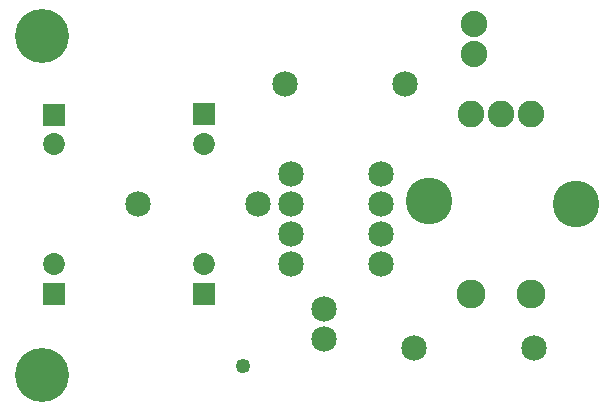
<source format=gbs>
G04 MADE WITH FRITZING*
G04 WWW.FRITZING.ORG*
G04 DOUBLE SIDED*
G04 HOLES PLATED*
G04 CONTOUR ON CENTER OF CONTOUR VECTOR*
%ASAXBY*%
%FSLAX23Y23*%
%MOIN*%
%OFA0B0*%
%SFA1.0B1.0*%
%ADD10C,0.085000*%
%ADD11C,0.155669*%
%ADD12C,0.049370*%
%ADD13C,0.072992*%
%ADD14C,0.180000*%
%ADD15C,0.088000*%
%ADD16C,0.088740*%
%ADD17C,0.096614*%
%ADD18R,0.072992X0.072992*%
%ADD19C,0.030000*%
%ADD20R,0.001000X0.001000*%
%LNMASK0*%
G90*
G70*
G54D10*
X919Y1157D03*
X1319Y1157D03*
X1750Y277D03*
X1350Y277D03*
X829Y757D03*
X429Y757D03*
G54D11*
X1399Y767D03*
X1889Y757D03*
G54D10*
X1050Y307D03*
X1050Y407D03*
G54D12*
X779Y217D03*
G54D13*
X650Y458D03*
X650Y557D03*
X650Y458D03*
X650Y557D03*
X150Y458D03*
X150Y557D03*
X150Y458D03*
X150Y557D03*
X651Y1056D03*
X651Y958D03*
X651Y1056D03*
X651Y958D03*
X150Y1055D03*
X150Y957D03*
X150Y1055D03*
X150Y957D03*
G54D14*
X110Y1317D03*
X109Y187D03*
G54D10*
X1239Y557D03*
X939Y557D03*
X1239Y657D03*
X939Y657D03*
X1239Y757D03*
X939Y757D03*
X1239Y857D03*
X939Y857D03*
G54D15*
X1550Y1257D03*
X1550Y1357D03*
G54D16*
X1739Y1057D03*
G54D17*
X1739Y457D03*
X1539Y457D03*
G54D16*
X1639Y1057D03*
X1539Y1057D03*
G54D18*
X650Y458D03*
X650Y458D03*
X150Y458D03*
X150Y458D03*
X651Y1056D03*
X651Y1056D03*
X150Y1055D03*
X150Y1055D03*
G54D19*
G36*
X1022Y334D02*
X1077Y334D01*
X1077Y279D01*
X1022Y279D01*
X1022Y334D01*
G37*
D02*
G36*
X1211Y530D02*
X1211Y585D01*
X1266Y585D01*
X1266Y530D01*
X1211Y530D01*
G37*
D02*
G36*
X1521Y1228D02*
X1521Y1286D01*
X1579Y1286D01*
X1579Y1228D01*
X1521Y1228D01*
G37*
D02*
G54D20*
X1533Y1097D02*
X1543Y1097D01*
X1633Y1097D02*
X1643Y1097D01*
X1733Y1097D02*
X1743Y1097D01*
X1529Y1096D02*
X1547Y1096D01*
X1629Y1096D02*
X1647Y1096D01*
X1728Y1096D02*
X1747Y1096D01*
X1526Y1095D02*
X1550Y1095D01*
X1626Y1095D02*
X1650Y1095D01*
X1726Y1095D02*
X1750Y1095D01*
X1523Y1094D02*
X1552Y1094D01*
X1623Y1094D02*
X1652Y1094D01*
X1723Y1094D02*
X1752Y1094D01*
X1521Y1093D02*
X1554Y1093D01*
X1621Y1093D02*
X1654Y1093D01*
X1721Y1093D02*
X1754Y1093D01*
X1520Y1092D02*
X1556Y1092D01*
X1620Y1092D02*
X1656Y1092D01*
X1720Y1092D02*
X1756Y1092D01*
X1518Y1091D02*
X1557Y1091D01*
X1618Y1091D02*
X1657Y1091D01*
X1718Y1091D02*
X1757Y1091D01*
X1517Y1090D02*
X1559Y1090D01*
X1617Y1090D02*
X1659Y1090D01*
X1717Y1090D02*
X1759Y1090D01*
X1515Y1089D02*
X1560Y1089D01*
X1615Y1089D02*
X1660Y1089D01*
X1715Y1089D02*
X1760Y1089D01*
X1514Y1088D02*
X1561Y1088D01*
X1614Y1088D02*
X1661Y1088D01*
X1714Y1088D02*
X1761Y1088D01*
X1513Y1087D02*
X1563Y1087D01*
X1613Y1087D02*
X1663Y1087D01*
X1713Y1087D02*
X1762Y1087D01*
X1512Y1086D02*
X1564Y1086D01*
X1612Y1086D02*
X1664Y1086D01*
X1712Y1086D02*
X1764Y1086D01*
X1511Y1085D02*
X1565Y1085D01*
X1611Y1085D02*
X1665Y1085D01*
X1711Y1085D02*
X1765Y1085D01*
X1510Y1084D02*
X1566Y1084D01*
X1610Y1084D02*
X1666Y1084D01*
X1710Y1084D02*
X1766Y1084D01*
X1509Y1083D02*
X1567Y1083D01*
X1609Y1083D02*
X1667Y1083D01*
X1709Y1083D02*
X1766Y1083D01*
X1508Y1082D02*
X1567Y1082D01*
X1608Y1082D02*
X1667Y1082D01*
X1708Y1082D02*
X1767Y1082D01*
X1507Y1081D02*
X1568Y1081D01*
X1607Y1081D02*
X1668Y1081D01*
X1707Y1081D02*
X1768Y1081D01*
X1506Y1080D02*
X1569Y1080D01*
X1606Y1080D02*
X1669Y1080D01*
X1706Y1080D02*
X1769Y1080D01*
X1506Y1079D02*
X1570Y1079D01*
X1606Y1079D02*
X1670Y1079D01*
X1706Y1079D02*
X1770Y1079D01*
X1505Y1078D02*
X1570Y1078D01*
X1605Y1078D02*
X1670Y1078D01*
X1705Y1078D02*
X1770Y1078D01*
X1504Y1077D02*
X1571Y1077D01*
X1604Y1077D02*
X1671Y1077D01*
X1704Y1077D02*
X1771Y1077D01*
X1504Y1076D02*
X1572Y1076D01*
X1604Y1076D02*
X1672Y1076D01*
X1704Y1076D02*
X1772Y1076D01*
X1503Y1075D02*
X1572Y1075D01*
X1603Y1075D02*
X1672Y1075D01*
X1703Y1075D02*
X1772Y1075D01*
X1503Y1074D02*
X1573Y1074D01*
X1603Y1074D02*
X1673Y1074D01*
X1702Y1074D02*
X1773Y1074D01*
X1502Y1073D02*
X1573Y1073D01*
X1602Y1073D02*
X1673Y1073D01*
X1702Y1073D02*
X1773Y1073D01*
X1502Y1072D02*
X1574Y1072D01*
X1602Y1072D02*
X1674Y1072D01*
X1701Y1072D02*
X1774Y1072D01*
X1501Y1071D02*
X1574Y1071D01*
X1601Y1071D02*
X1674Y1071D01*
X1701Y1071D02*
X1774Y1071D01*
X1501Y1070D02*
X1575Y1070D01*
X1601Y1070D02*
X1675Y1070D01*
X1701Y1070D02*
X1775Y1070D01*
X1500Y1069D02*
X1575Y1069D01*
X1600Y1069D02*
X1675Y1069D01*
X1700Y1069D02*
X1775Y1069D01*
X1500Y1068D02*
X1575Y1068D01*
X1600Y1068D02*
X1675Y1068D01*
X1700Y1068D02*
X1775Y1068D01*
X1500Y1067D02*
X1576Y1067D01*
X1600Y1067D02*
X1676Y1067D01*
X1700Y1067D02*
X1776Y1067D01*
X1499Y1066D02*
X1576Y1066D01*
X1599Y1066D02*
X1676Y1066D01*
X1699Y1066D02*
X1776Y1066D01*
X1499Y1065D02*
X1576Y1065D01*
X1599Y1065D02*
X1676Y1065D01*
X1699Y1065D02*
X1776Y1065D01*
X1499Y1064D02*
X1577Y1064D01*
X1599Y1064D02*
X1676Y1064D01*
X1699Y1064D02*
X1776Y1064D01*
X1499Y1063D02*
X1577Y1063D01*
X1599Y1063D02*
X1677Y1063D01*
X1699Y1063D02*
X1777Y1063D01*
X1499Y1062D02*
X1577Y1062D01*
X1599Y1062D02*
X1677Y1062D01*
X1698Y1062D02*
X1777Y1062D01*
X1498Y1061D02*
X1577Y1061D01*
X1598Y1061D02*
X1677Y1061D01*
X1698Y1061D02*
X1777Y1061D01*
X1498Y1060D02*
X1577Y1060D01*
X1598Y1060D02*
X1677Y1060D01*
X1698Y1060D02*
X1777Y1060D01*
X1498Y1059D02*
X1577Y1059D01*
X1598Y1059D02*
X1677Y1059D01*
X1698Y1059D02*
X1777Y1059D01*
X1498Y1058D02*
X1577Y1058D01*
X1598Y1058D02*
X1677Y1058D01*
X1698Y1058D02*
X1777Y1058D01*
X1498Y1057D02*
X1577Y1057D01*
X1598Y1057D02*
X1677Y1057D01*
X1698Y1057D02*
X1777Y1057D01*
X1498Y1056D02*
X1577Y1056D01*
X1598Y1056D02*
X1677Y1056D01*
X1698Y1056D02*
X1777Y1056D01*
X1498Y1055D02*
X1577Y1055D01*
X1598Y1055D02*
X1677Y1055D01*
X1698Y1055D02*
X1777Y1055D01*
X1498Y1054D02*
X1577Y1054D01*
X1598Y1054D02*
X1677Y1054D01*
X1698Y1054D02*
X1777Y1054D01*
X1499Y1053D02*
X1577Y1053D01*
X1599Y1053D02*
X1677Y1053D01*
X1698Y1053D02*
X1777Y1053D01*
X1499Y1052D02*
X1577Y1052D01*
X1599Y1052D02*
X1677Y1052D01*
X1699Y1052D02*
X1777Y1052D01*
X1499Y1051D02*
X1577Y1051D01*
X1599Y1051D02*
X1676Y1051D01*
X1699Y1051D02*
X1776Y1051D01*
X1499Y1050D02*
X1576Y1050D01*
X1599Y1050D02*
X1676Y1050D01*
X1699Y1050D02*
X1776Y1050D01*
X1499Y1049D02*
X1576Y1049D01*
X1599Y1049D02*
X1676Y1049D01*
X1699Y1049D02*
X1776Y1049D01*
X1500Y1048D02*
X1576Y1048D01*
X1600Y1048D02*
X1676Y1048D01*
X1700Y1048D02*
X1776Y1048D01*
X1500Y1047D02*
X1575Y1047D01*
X1600Y1047D02*
X1675Y1047D01*
X1700Y1047D02*
X1775Y1047D01*
X1500Y1046D02*
X1575Y1046D01*
X1600Y1046D02*
X1675Y1046D01*
X1700Y1046D02*
X1775Y1046D01*
X1501Y1045D02*
X1575Y1045D01*
X1601Y1045D02*
X1675Y1045D01*
X1701Y1045D02*
X1775Y1045D01*
X1501Y1044D02*
X1574Y1044D01*
X1601Y1044D02*
X1674Y1044D01*
X1701Y1044D02*
X1774Y1044D01*
X1502Y1043D02*
X1574Y1043D01*
X1602Y1043D02*
X1674Y1043D01*
X1701Y1043D02*
X1774Y1043D01*
X1502Y1042D02*
X1573Y1042D01*
X1602Y1042D02*
X1673Y1042D01*
X1702Y1042D02*
X1773Y1042D01*
X1503Y1041D02*
X1573Y1041D01*
X1603Y1041D02*
X1673Y1041D01*
X1702Y1041D02*
X1773Y1041D01*
X1503Y1040D02*
X1572Y1040D01*
X1603Y1040D02*
X1672Y1040D01*
X1703Y1040D02*
X1772Y1040D01*
X1504Y1039D02*
X1572Y1039D01*
X1604Y1039D02*
X1672Y1039D01*
X1704Y1039D02*
X1772Y1039D01*
X1504Y1038D02*
X1571Y1038D01*
X1604Y1038D02*
X1671Y1038D01*
X1704Y1038D02*
X1771Y1038D01*
X1505Y1037D02*
X1570Y1037D01*
X1605Y1037D02*
X1670Y1037D01*
X1705Y1037D02*
X1770Y1037D01*
X1506Y1036D02*
X1570Y1036D01*
X1606Y1036D02*
X1670Y1036D01*
X1706Y1036D02*
X1770Y1036D01*
X1506Y1035D02*
X1569Y1035D01*
X1606Y1035D02*
X1669Y1035D01*
X1706Y1035D02*
X1769Y1035D01*
X1507Y1034D02*
X1568Y1034D01*
X1607Y1034D02*
X1668Y1034D01*
X1707Y1034D02*
X1768Y1034D01*
X1508Y1033D02*
X1567Y1033D01*
X1608Y1033D02*
X1667Y1033D01*
X1708Y1033D02*
X1767Y1033D01*
X1509Y1032D02*
X1567Y1032D01*
X1609Y1032D02*
X1667Y1032D01*
X1709Y1032D02*
X1766Y1032D01*
X1510Y1031D02*
X1566Y1031D01*
X1610Y1031D02*
X1666Y1031D01*
X1710Y1031D02*
X1766Y1031D01*
X1511Y1030D02*
X1565Y1030D01*
X1611Y1030D02*
X1665Y1030D01*
X1711Y1030D02*
X1765Y1030D01*
X1512Y1029D02*
X1564Y1029D01*
X1612Y1029D02*
X1664Y1029D01*
X1712Y1029D02*
X1764Y1029D01*
X1513Y1028D02*
X1563Y1028D01*
X1613Y1028D02*
X1663Y1028D01*
X1713Y1028D02*
X1762Y1028D01*
X1514Y1027D02*
X1561Y1027D01*
X1614Y1027D02*
X1661Y1027D01*
X1714Y1027D02*
X1761Y1027D01*
X1515Y1026D02*
X1560Y1026D01*
X1615Y1026D02*
X1660Y1026D01*
X1715Y1026D02*
X1760Y1026D01*
X1517Y1025D02*
X1559Y1025D01*
X1617Y1025D02*
X1659Y1025D01*
X1717Y1025D02*
X1759Y1025D01*
X1518Y1024D02*
X1557Y1024D01*
X1618Y1024D02*
X1657Y1024D01*
X1718Y1024D02*
X1757Y1024D01*
X1520Y1023D02*
X1556Y1023D01*
X1620Y1023D02*
X1656Y1023D01*
X1720Y1023D02*
X1756Y1023D01*
X1521Y1022D02*
X1554Y1022D01*
X1621Y1022D02*
X1654Y1022D01*
X1721Y1022D02*
X1754Y1022D01*
X1523Y1021D02*
X1552Y1021D01*
X1623Y1021D02*
X1652Y1021D01*
X1723Y1021D02*
X1752Y1021D01*
X1526Y1020D02*
X1550Y1020D01*
X1626Y1020D02*
X1650Y1020D01*
X1726Y1020D02*
X1750Y1020D01*
X1529Y1019D02*
X1547Y1019D01*
X1629Y1019D02*
X1647Y1019D01*
X1728Y1019D02*
X1747Y1019D01*
X1533Y1018D02*
X1543Y1018D01*
X1633Y1018D02*
X1643Y1018D01*
X1733Y1018D02*
X1743Y1018D01*
X1532Y497D02*
X1544Y497D01*
X1731Y497D02*
X1744Y497D01*
X1528Y496D02*
X1548Y496D01*
X1728Y496D02*
X1747Y496D01*
X1525Y495D02*
X1550Y495D01*
X1725Y495D02*
X1750Y495D01*
X1523Y494D02*
X1552Y494D01*
X1723Y494D02*
X1752Y494D01*
X1521Y493D02*
X1554Y493D01*
X1721Y493D02*
X1754Y493D01*
X1519Y492D02*
X1556Y492D01*
X1719Y492D02*
X1756Y492D01*
X1518Y491D02*
X1558Y491D01*
X1718Y491D02*
X1758Y491D01*
X1516Y490D02*
X1559Y490D01*
X1716Y490D02*
X1759Y490D01*
X1515Y489D02*
X1560Y489D01*
X1715Y489D02*
X1760Y489D01*
X1514Y488D02*
X1562Y488D01*
X1714Y488D02*
X1762Y488D01*
X1513Y487D02*
X1563Y487D01*
X1713Y487D02*
X1763Y487D01*
X1512Y486D02*
X1564Y486D01*
X1711Y486D02*
X1764Y486D01*
X1511Y485D02*
X1565Y485D01*
X1710Y485D02*
X1765Y485D01*
X1510Y484D02*
X1566Y484D01*
X1709Y484D02*
X1766Y484D01*
X1509Y483D02*
X1567Y483D01*
X1709Y483D02*
X1767Y483D01*
X1508Y482D02*
X1568Y482D01*
X1708Y482D02*
X1768Y482D01*
X1507Y481D02*
X1568Y481D01*
X1707Y481D02*
X1768Y481D01*
X1506Y480D02*
X1569Y480D01*
X1706Y480D02*
X1769Y480D01*
X1505Y479D02*
X1570Y479D01*
X1705Y479D02*
X1770Y479D01*
X1505Y478D02*
X1571Y478D01*
X1705Y478D02*
X1771Y478D01*
X1504Y477D02*
X1571Y477D01*
X1704Y477D02*
X1771Y477D01*
X1504Y476D02*
X1572Y476D01*
X1703Y476D02*
X1772Y476D01*
X1503Y475D02*
X1572Y475D01*
X1703Y475D02*
X1772Y475D01*
X1502Y474D02*
X1573Y474D01*
X1702Y474D02*
X1773Y474D01*
X1502Y473D02*
X1573Y473D01*
X1702Y473D02*
X1773Y473D01*
X1501Y472D02*
X1574Y472D01*
X1701Y472D02*
X1774Y472D01*
X1501Y471D02*
X1574Y471D01*
X1701Y471D02*
X1774Y471D01*
X1501Y470D02*
X1575Y470D01*
X1701Y470D02*
X1775Y470D01*
X1500Y469D02*
X1575Y469D01*
X1700Y469D02*
X1775Y469D01*
X1500Y468D02*
X1576Y468D01*
X1700Y468D02*
X1775Y468D01*
X1500Y467D02*
X1576Y467D01*
X1700Y467D02*
X1776Y467D01*
X1499Y466D02*
X1576Y466D01*
X1699Y466D02*
X1776Y466D01*
X1499Y465D02*
X1576Y465D01*
X1699Y465D02*
X1776Y465D01*
X1499Y464D02*
X1577Y464D01*
X1699Y464D02*
X1776Y464D01*
X1499Y463D02*
X1577Y463D01*
X1699Y463D02*
X1777Y463D01*
X1499Y462D02*
X1577Y462D01*
X1698Y462D02*
X1777Y462D01*
X1498Y461D02*
X1577Y461D01*
X1698Y461D02*
X1777Y461D01*
X1498Y460D02*
X1577Y460D01*
X1698Y460D02*
X1777Y460D01*
X1498Y459D02*
X1577Y459D01*
X1698Y459D02*
X1777Y459D01*
X1498Y458D02*
X1577Y458D01*
X1698Y458D02*
X1777Y458D01*
X1498Y457D02*
X1577Y457D01*
X1698Y457D02*
X1777Y457D01*
X1498Y456D02*
X1577Y456D01*
X1698Y456D02*
X1777Y456D01*
X1498Y455D02*
X1577Y455D01*
X1698Y455D02*
X1777Y455D01*
X1498Y454D02*
X1577Y454D01*
X1698Y454D02*
X1777Y454D01*
X1499Y453D02*
X1577Y453D01*
X1698Y453D02*
X1777Y453D01*
X1499Y452D02*
X1577Y452D01*
X1699Y452D02*
X1777Y452D01*
X1499Y451D02*
X1576Y451D01*
X1699Y451D02*
X1776Y451D01*
X1499Y450D02*
X1576Y450D01*
X1699Y450D02*
X1776Y450D01*
X1499Y449D02*
X1576Y449D01*
X1699Y449D02*
X1776Y449D01*
X1500Y448D02*
X1576Y448D01*
X1700Y448D02*
X1776Y448D01*
X1500Y447D02*
X1575Y447D01*
X1700Y447D02*
X1775Y447D01*
X1500Y446D02*
X1575Y446D01*
X1700Y446D02*
X1775Y446D01*
X1501Y445D02*
X1575Y445D01*
X1701Y445D02*
X1775Y445D01*
X1501Y444D02*
X1574Y444D01*
X1701Y444D02*
X1774Y444D01*
X1502Y443D02*
X1574Y443D01*
X1702Y443D02*
X1774Y443D01*
X1502Y442D02*
X1573Y442D01*
X1702Y442D02*
X1773Y442D01*
X1503Y441D02*
X1573Y441D01*
X1703Y441D02*
X1773Y441D01*
X1503Y440D02*
X1572Y440D01*
X1703Y440D02*
X1772Y440D01*
X1504Y439D02*
X1572Y439D01*
X1704Y439D02*
X1772Y439D01*
X1504Y438D02*
X1571Y438D01*
X1704Y438D02*
X1771Y438D01*
X1505Y437D02*
X1570Y437D01*
X1705Y437D02*
X1770Y437D01*
X1506Y436D02*
X1570Y436D01*
X1706Y436D02*
X1770Y436D01*
X1507Y435D02*
X1569Y435D01*
X1706Y435D02*
X1769Y435D01*
X1507Y434D02*
X1568Y434D01*
X1707Y434D02*
X1768Y434D01*
X1508Y433D02*
X1567Y433D01*
X1708Y433D02*
X1767Y433D01*
X1509Y432D02*
X1566Y432D01*
X1709Y432D02*
X1766Y432D01*
X1510Y431D02*
X1565Y431D01*
X1710Y431D02*
X1765Y431D01*
X1511Y430D02*
X1564Y430D01*
X1711Y430D02*
X1764Y430D01*
X1512Y429D02*
X1563Y429D01*
X1712Y429D02*
X1763Y429D01*
X1513Y428D02*
X1562Y428D01*
X1713Y428D02*
X1762Y428D01*
X1514Y427D02*
X1561Y427D01*
X1714Y427D02*
X1761Y427D01*
X1516Y426D02*
X1560Y426D01*
X1715Y426D02*
X1760Y426D01*
X1517Y425D02*
X1559Y425D01*
X1717Y425D02*
X1758Y425D01*
X1518Y424D02*
X1557Y424D01*
X1718Y424D02*
X1757Y424D01*
X1520Y423D02*
X1555Y423D01*
X1720Y423D02*
X1755Y423D01*
X1522Y422D02*
X1554Y422D01*
X1722Y422D02*
X1753Y422D01*
X1524Y421D02*
X1552Y421D01*
X1724Y421D02*
X1751Y421D01*
X1526Y420D02*
X1549Y420D01*
X1726Y420D02*
X1749Y420D01*
X1529Y419D02*
X1546Y419D01*
X1729Y419D02*
X1746Y419D01*
X1534Y418D02*
X1541Y418D01*
X1734Y418D02*
X1741Y418D01*
D02*
G04 End of Mask0*
M02*
</source>
